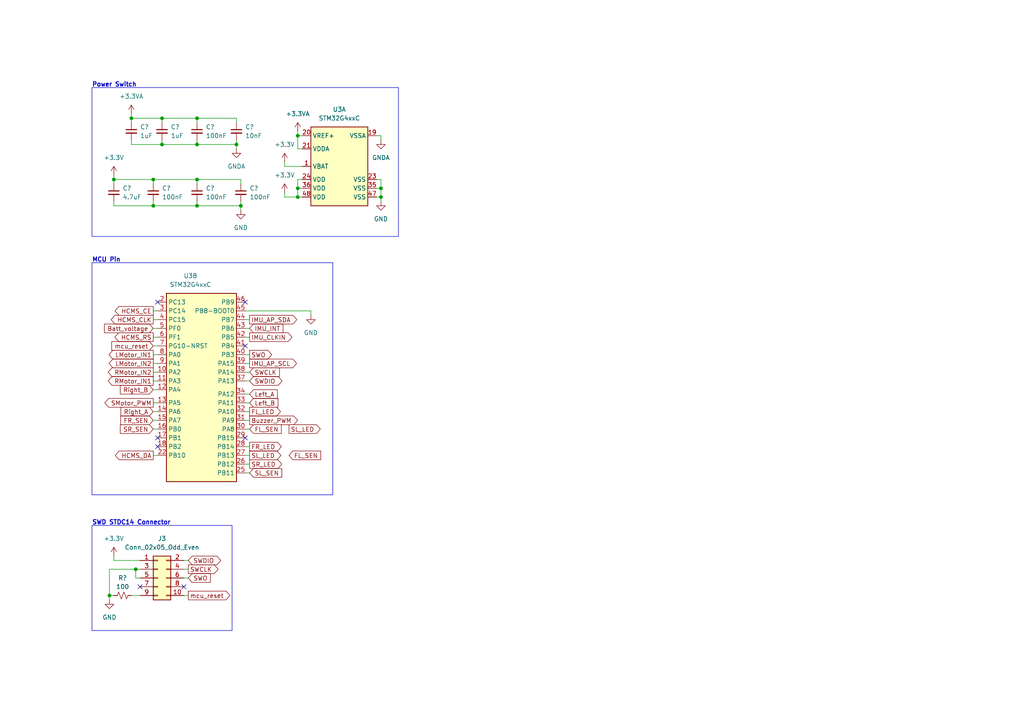
<source format=kicad_sch>
(kicad_sch (version 20230121) (generator eeschema)
  (paper "A4")
  (lib_symbols
    (symbol "Connector_Generic:Conn_02x05_Odd_Even" (pin_names (offset 1.016) hide)
      (property "Reference" "J" (at 1.27 7.62 0))
      (property "Value" "Conn_02x05_Odd_Even" (at 1.27 -7.62 0))
      (symbol "Conn_02x05_Odd_Even_1_1"
        (rectangle (start -1.27 -4.953) (end 0 -5.207) (stroke (width 0.1524)))
        (rectangle (start -1.27 -2.413) (end 0 -2.667) (stroke (width 0.1524)))
        (rectangle (start -1.27 0.127) (end 0 -0.127) (stroke (width 0.1524)))
        (rectangle (start -1.27 2.667) (end 0 2.413) (stroke (width 0.1524)))
        (rectangle (start -1.27 5.207) (end 0 4.953) (stroke (width 0.1524)))
        (rectangle (start -1.27 6.35) (end 3.81 -6.35) (stroke (width 0.254)) (fill (type background)))
        (rectangle (start 3.81 -4.953) (end 2.54 -5.207) (stroke (width 0.1524)))
        (rectangle (start 3.81 -2.413) (end 2.54 -2.667) (stroke (width 0.1524)))
        (rectangle (start 3.81 0.127) (end 2.54 -0.127) (stroke (width 0.1524)))
        (rectangle (start 3.81 2.667) (end 2.54 2.413) (stroke (width 0.1524)))
        (rectangle (start 3.81 5.207) (end 2.54 4.953) (stroke (width 0.1524)))
        (pin passive line (at -5.08 5.08 0) (length 3.81) (name "Pin_1") (number "1"))
        (pin passive line (at 7.62 -5.08 180) (length 3.81) (name "Pin_10") (number "10"))
        (pin passive line (at 7.62 5.08 180) (length 3.81) (name "Pin_2") (number "2"))
        (pin passive line (at -5.08 2.54 0) (length 3.81) (name "Pin_3") (number "3"))
        (pin passive line (at 7.62 2.54 180) (length 3.81) (name "Pin_4") (number "4"))
        (pin passive line (at -5.08 0 0) (length 3.81) (name "Pin_5") (number "5"))
        (pin passive line (at 7.62 0 180) (length 3.81) (name "Pin_6") (number "6"))
        (pin passive line (at -5.08 -2.54 0) (length 3.81) (name "Pin_7") (number "7"))
        (pin passive line (at 7.62 -2.54 180) (length 3.81) (name "Pin_8") (number "8"))
        (pin passive line (at -5.08 -5.08 0) (length 3.81) (name "Pin_9") (number "9"))
      )
    )
    (symbol "Device:C_Small" (pin_numbers hide) (pin_names (offset 0.254) hide)
      (property "Reference" "C" (at 0.254 1.778 0))
      (property "Value" "C_Small" (at 0.254 -2.032 0))
      (symbol "C_Small_0_1"
        (polyline (pts (xy -1.524 -0.508) (xy 1.524 -0.508)) (stroke (width 0.3302)))
        (polyline (pts (xy -1.524 0.508) (xy 1.524 0.508)) (stroke (width 0.3048)))
      )
      (symbol "C_Small_1_1"
        (pin passive line (at 0 2.54 270) (length 2.032) (name "~") (number "1"))
        (pin passive line (at 0 -2.54 90) (length 2.032) (name "~") (number "2"))
      )
    )
    (symbol "Device:R_Small_US" (pin_numbers hide) (pin_names (offset 0.254) hide)
      (property "Reference" "R" (at 0.762 0.508 0))
      (property "Value" "R_Small_US" (at 0.762 -1.016 0))
      (symbol "R_Small_US_1_1"
        (polyline (pts (xy 0 0) (xy 1.016 -0.381) (xy 0 -0.762) (xy -1.016 -1.143) (xy 0 -1.524)))
        (polyline (pts (xy 0 1.524) (xy 1.016 1.143) (xy 0 0.762) (xy -1.016 0.381) (xy 0 0)))
        (pin passive line (at 0 2.54 270) (length 1.016) (name "~") (number "1"))
        (pin passive line (at 0 -2.54 90) (length 1.016) (name "~") (number "2"))
      )
    )
    (symbol "HS_MCU:STM32G4xxC"
      (property "Reference" "U1" (at 0 3.81 0))
      (property "Value" "STM32G4xxC" (at 0 1.27 0))
      (symbol "STM32G4xxC_1_1"
        (rectangle (start 0 0) (end 16.51 -22.86) (stroke (width 0.254)) (fill (type background)))
        (pin power_in line (at -2.54 -11.43 0) (length 2.54) (name "VBAT") (number "1"))
        (pin power_in line (at 19.05 -2.54 180) (length 2.54) (name "VSSA") (number "19"))
        (pin input line (at -2.54 -2.54 0) (length 2.54) (name "VREF+") (number "20"))
        (pin power_in line (at -2.54 -6.35 0) (length 2.54) (name "VDDA") (number "21"))
        (pin power_in line (at 19.05 -15.24 180) (length 2.54) (name "VSS") (number "23"))
        (pin power_in line (at -2.54 -15.24 0) (length 2.54) (name "VDD") (number "24"))
        (pin power_in line (at 19.05 -17.78 180) (length 2.54) (name "VSS") (number "35"))
        (pin power_in line (at -2.54 -17.78 0) (length 2.54) (name "VDD") (number "36"))
        (pin power_in line (at 19.05 -20.32 180) (length 2.54) (name "VSS") (number "47"))
        (pin power_in line (at -2.54 -20.32 0) (length 2.54) (name "VDD") (number "48"))
      )
      (symbol "STM32G4xxC_2_1"
        (rectangle (start 0 0) (end 20.32 -54.61) (stroke (width 0.254)) (fill (type background)))
        (pin bidirectional line (at -2.54 -22.86 0) (length 2.54) (name "PA2") (number "10"))
        (pin bidirectional line (at -2.54 -25.4 0) (length 2.54) (name "PA3") (number "11"))
        (pin bidirectional line (at -2.54 -27.94 0) (length 2.54) (name "PA4") (number "12"))
        (pin bidirectional line (at -2.54 -31.75 0) (length 2.54) (name "PA5") (number "13"))
        (pin bidirectional line (at -2.54 -34.29 0) (length 2.54) (name "PA6") (number "14"))
        (pin bidirectional line (at -2.54 -36.83 0) (length 2.54) (name "PA7") (number "15"))
        (pin bidirectional line (at -2.54 -39.37 0) (length 2.54) (name "PB0") (number "16"))
        (pin bidirectional line (at -2.54 -41.91 0) (length 2.54) (name "PB1") (number "17"))
        (pin bidirectional line (at -2.54 -44.45 0) (length 2.54) (name "PB2") (number "18"))
        (pin bidirectional line (at -2.54 -2.54 0) (length 2.54) (name "PC13") (number "2"))
        (pin bidirectional line (at -2.54 -46.99 0) (length 2.54) (name "PB10") (number "22"))
        (pin bidirectional line (at 22.86 -52.07 180) (length 2.54) (name "PB11") (number "25"))
        (pin bidirectional line (at 22.86 -49.53 180) (length 2.54) (name "PB12") (number "26"))
        (pin bidirectional line (at 22.86 -46.99 180) (length 2.54) (name "PB13") (number "27"))
        (pin bidirectional line (at 22.86 -44.45 180) (length 2.54) (name "PB14") (number "28"))
        (pin bidirectional line (at 22.86 -41.91 180) (length 2.54) (name "PB15") (number "29"))
        (pin bidirectional line (at -2.54 -5.08 0) (length 2.54) (name "PC14") (number "3"))
        (pin bidirectional line (at 22.86 -39.37 180) (length 2.54) (name "PA8") (number "30"))
        (pin bidirectional line (at 22.86 -36.83 180) (length 2.54) (name "PA9") (number "31"))
        (pin bidirectional line (at 22.86 -34.29 180) (length 2.54) (name "PA10") (number "32"))
        (pin bidirectional line (at 22.86 -31.75 180) (length 2.54) (name "PA11") (number "33"))
        (pin bidirectional line (at 22.86 -29.21 180) (length 2.54) (name "PA12") (number "34"))
        (pin passive line (at 8.89 -58.42 90) (length 2.54) hide (name "VSS") (number "35"))
        (pin bidirectional line (at 22.86 -25.4 180) (length 2.54) (name "PA13") (number "37"))
        (pin bidirectional line (at 22.86 -22.86 180) (length 2.54) (name "PA14") (number "38"))
        (pin bidirectional line (at 22.86 -20.32 180) (length 2.54) (name "PA15") (number "39"))
        (pin bidirectional line (at -2.54 -7.62 0) (length 2.54) (name "PC15") (number "4"))
        (pin bidirectional line (at 22.86 -17.78 180) (length 2.54) (name "PB3") (number "40"))
        (pin bidirectional line (at 22.86 -15.24 180) (length 2.54) (name "PB4") (number "41"))
        (pin bidirectional line (at 22.86 -12.7 180) (length 2.54) (name "PB5") (number "42"))
        (pin bidirectional line (at 22.86 -10.16 180) (length 2.54) (name "PB6") (number "43"))
        (pin bidirectional line (at 22.86 -7.62 180) (length 2.54) (name "PB7") (number "44"))
        (pin bidirectional line (at 22.86 -5.08 180) (length 2.54) (name "PB8-BOOT0") (number "45"))
        (pin bidirectional line (at 22.86 -2.54 180) (length 2.54) (name "PB9") (number "46"))
        (pin passive line (at 8.89 -58.42 90) (length 2.54) hide (name "VSS") (number "47"))
        (pin bidirectional line (at -2.54 -10.16 0) (length 2.54) (name "PF0") (number "5"))
        (pin bidirectional line (at -2.54 -12.7 0) (length 2.54) (name "PF1") (number "6"))
        (pin bidirectional line (at -2.54 -15.24 0) (length 2.54) (name "PG10-NRST") (number "7"))
        (pin bidirectional line (at -2.54 -17.78 0) (length 2.54) (name "PA0") (number "8"))
        (pin bidirectional line (at -2.54 -20.32 0) (length 2.54) (name "PA1") (number "9"))
      )
    )
    (symbol "power:+3.3V" (power) (pin_names (offset 0))
      (property "Value" "+3.3V" (at 0 3.556 0))
      (symbol "+3.3V_0_1"
        (polyline (pts (xy -0.762 1.27) (xy 0 2.54)))
        (polyline (pts (xy 0 0) (xy 0 2.54)))
        (polyline (pts (xy 0 2.54) (xy 0.762 1.27)))
      )
      (symbol "+3.3V_1_1"
        (pin power_in line (at 0 0 90) (length 0) hide (name "+3.3V") (number "1"))
      )
    )
    (symbol "power:+3.3VA" (power) (pin_names (offset 0))
      (property "Value" "+3.3VA" (at 0 3.556 0))
      (symbol "+3.3VA_0_1"
        (polyline (pts (xy -0.762 1.27) (xy 0 2.54)))
        (polyline (pts (xy 0 0) (xy 0 2.54)))
        (polyline (pts (xy 0 2.54) (xy 0.762 1.27)))
      )
      (symbol "+3.3VA_1_1"
        (pin power_in line (at 0 0 90) (length 0) hide (name "+3.3VA") (number "1"))
      )
    )
    (symbol "power:GND" (power) (pin_names (offset 0))
      (property "Value" "GND" (at 0 -3.81 0))
      (symbol "GND_0_1"
        (polyline (pts (xy 0 0) (xy 0 -1.27) (xy 1.27 -1.27) (xy 0 -2.54) (xy -1.27 -1.27) (xy 0 -1.27)))
      )
      (symbol "GND_1_1"
        (pin power_in line (at 0 0 270) (length 0) hide (name "GND") (number "1"))
      )
    )
    (symbol "power:GNDA" (power) (pin_names (offset 0))
      (property "Value" "GNDA" (at 0 -3.81 0))
      (symbol "GNDA_0_1"
        (polyline (pts (xy 0 0) (xy 0 -1.27) (xy 1.27 -1.27) (xy 0 -2.54) (xy -1.27 -1.27) (xy 0 -1.27)))
      )
      (symbol "GNDA_1_1"
        (pin power_in line (at 0 0 270) (length 0) hide (name "GNDA") (number "1"))
      )
    )
  )
  (junction (at 39.37 165.1))
  (junction (at 57.15 34.29))
  (junction (at 44.45 59.69))
  (junction (at 68.58 41.91))
  (junction (at 69.85 59.69))
  (junction (at 86.36 54.61))
  (junction (at 44.45 52.07))
  (junction (at 38.1 34.29))
  (junction (at 46.99 34.29))
  (junction (at 57.15 52.07))
  (junction (at 86.36 39.37))
  (junction (at 86.36 57.15))
  (junction (at 33.02 52.07))
  (junction (at 57.15 59.69))
  (junction (at 110.49 57.15))
  (junction (at 46.99 41.91))
  (junction (at 31.75 172.72))
  (junction (at 57.15 41.91))
  (junction (at 110.49 54.61))
  (no_connect (at 45.72 129.54))
  (no_connect (at 45.72 87.63))
  (no_connect (at 53.34 170.18))
  (no_connect (at 71.12 100.33))
  (no_connect (at 45.72 127))
  (no_connect (at 71.12 87.63))
  (no_connect (at 40.64 170.18))
  (no_connect (at 71.12 127))
  (wire (pts (xy 38.1 172.72) (xy 40.64 172.72)))
  (wire (pts (xy 110.49 54.61) (xy 110.49 52.07)))
  (wire (pts (xy 57.15 41.91) (xy 68.58 41.91)))
  (wire (pts (xy 46.99 34.29) (xy 38.1 34.29)))
  (wire (pts (xy 44.45 52.07) (xy 33.02 52.07)))
  (wire (pts (xy 69.85 58.42) (xy 69.85 59.69)))
  (wire (pts (xy 54.61 167.64) (xy 53.34 167.64)))
  (wire (pts (xy 68.58 35.56) (xy 68.58 34.29)))
  (wire (pts (xy 44.45 59.69) (xy 57.15 59.69)))
  (wire (pts (xy 44.45 90.17) (xy 45.72 90.17)))
  (wire (pts (xy 44.45 113.03) (xy 45.72 113.03)))
  (wire (pts (xy 40.64 165.1) (xy 39.37 165.1)))
  (wire (pts (xy 57.15 34.29) (xy 57.15 35.56)))
  (wire (pts (xy 38.1 40.64) (xy 38.1 41.91)))
  (wire (pts (xy 110.49 40.64) (xy 110.49 39.37)))
  (wire (pts (xy 110.49 57.15) (xy 110.49 54.61)))
  (wire (pts (xy 110.49 52.07) (xy 109.22 52.07)))
  (wire (pts (xy 44.45 97.79) (xy 45.72 97.79)))
  (wire (pts (xy 44.45 119.38) (xy 45.72 119.38)))
  (wire (pts (xy 33.02 52.07) (xy 33.02 53.34)))
  (wire (pts (xy 110.49 58.42) (xy 110.49 57.15)))
  (wire (pts (xy 38.1 33.02) (xy 38.1 34.29)))
  (wire (pts (xy 44.45 58.42) (xy 44.45 59.69)))
  (wire (pts (xy 33.02 58.42) (xy 33.02 59.69)))
  (wire (pts (xy 57.15 59.69) (xy 69.85 59.69)))
  (wire (pts (xy 54.61 165.1) (xy 53.34 165.1)))
  (wire (pts (xy 33.02 162.56) (xy 33.02 161.29)))
  (wire (pts (xy 86.36 52.07) (xy 86.36 54.61)))
  (wire (pts (xy 44.45 110.49) (xy 45.72 110.49)))
  (wire (pts (xy 44.45 52.07) (xy 44.45 53.34)))
  (wire (pts (xy 54.61 172.72) (xy 53.34 172.72)))
  (wire (pts (xy 72.39 129.54) (xy 71.12 129.54)))
  (wire (pts (xy 72.39 102.87) (xy 71.12 102.87)))
  (wire (pts (xy 54.61 162.56) (xy 53.34 162.56)))
  (wire (pts (xy 57.15 52.07) (xy 44.45 52.07)))
  (wire (pts (xy 72.39 95.25) (xy 71.12 95.25)))
  (wire (pts (xy 46.99 40.64) (xy 46.99 41.91)))
  (wire (pts (xy 72.39 92.71) (xy 71.12 92.71)))
  (wire (pts (xy 44.45 121.92) (xy 45.72 121.92)))
  (wire (pts (xy 69.85 53.34) (xy 69.85 52.07)))
  (wire (pts (xy 86.36 54.61) (xy 87.63 54.61)))
  (wire (pts (xy 82.55 57.15) (xy 86.36 57.15)))
  (wire (pts (xy 86.36 38.1) (xy 86.36 39.37)))
  (wire (pts (xy 38.1 41.91) (xy 46.99 41.91)))
  (wire (pts (xy 68.58 41.91) (xy 68.58 43.18)))
  (wire (pts (xy 33.02 50.8) (xy 33.02 52.07)))
  (wire (pts (xy 33.02 59.69) (xy 44.45 59.69)))
  (wire (pts (xy 39.37 167.64) (xy 39.37 165.1)))
  (wire (pts (xy 86.36 57.15) (xy 87.63 57.15)))
  (wire (pts (xy 72.39 116.84) (xy 71.12 116.84)))
  (wire (pts (xy 90.17 90.17) (xy 90.17 91.44)))
  (wire (pts (xy 72.39 105.41) (xy 71.12 105.41)))
  (wire (pts (xy 57.15 58.42) (xy 57.15 59.69)))
  (wire (pts (xy 72.39 114.3) (xy 71.12 114.3)))
  (wire (pts (xy 68.58 40.64) (xy 68.58 41.91)))
  (wire (pts (xy 87.63 52.07) (xy 86.36 52.07)))
  (wire (pts (xy 40.64 167.64) (xy 39.37 167.64)))
  (wire (pts (xy 72.39 124.46) (xy 71.12 124.46)))
  (wire (pts (xy 86.36 54.61) (xy 86.36 57.15)))
  (wire (pts (xy 82.55 48.26) (xy 82.55 46.99)))
  (wire (pts (xy 57.15 52.07) (xy 57.15 53.34)))
  (wire (pts (xy 72.39 110.49) (xy 71.12 110.49)))
  (wire (pts (xy 44.45 95.25) (xy 45.72 95.25)))
  (wire (pts (xy 72.39 134.62) (xy 71.12 134.62)))
  (wire (pts (xy 68.58 34.29) (xy 57.15 34.29)))
  (wire (pts (xy 72.39 137.16) (xy 71.12 137.16)))
  (wire (pts (xy 69.85 59.69) (xy 69.85 60.96)))
  (wire (pts (xy 44.45 102.87) (xy 45.72 102.87)))
  (wire (pts (xy 44.45 132.08) (xy 45.72 132.08)))
  (wire (pts (xy 86.36 39.37) (xy 87.63 39.37)))
  (wire (pts (xy 46.99 41.91) (xy 57.15 41.91)))
  (wire (pts (xy 72.39 97.79) (xy 71.12 97.79)))
  (wire (pts (xy 44.45 100.33) (xy 45.72 100.33)))
  (wire (pts (xy 40.64 162.56) (xy 33.02 162.56)))
  (wire (pts (xy 82.55 55.88) (xy 82.55 57.15)))
  (wire (pts (xy 109.22 57.15) (xy 110.49 57.15)))
  (wire (pts (xy 57.15 40.64) (xy 57.15 41.91)))
  (wire (pts (xy 46.99 35.56) (xy 46.99 34.29)))
  (wire (pts (xy 38.1 34.29) (xy 38.1 35.56)))
  (wire (pts (xy 71.12 90.17) (xy 90.17 90.17)))
  (wire (pts (xy 44.45 92.71) (xy 45.72 92.71)))
  (wire (pts (xy 39.37 165.1) (xy 31.75 165.1)))
  (wire (pts (xy 109.22 54.61) (xy 110.49 54.61)))
  (wire (pts (xy 72.39 107.95) (xy 71.12 107.95)))
  (wire (pts (xy 44.45 107.95) (xy 45.72 107.95)))
  (wire (pts (xy 72.39 132.08) (xy 71.12 132.08)))
  (wire (pts (xy 86.36 39.37) (xy 86.36 43.18)))
  (wire (pts (xy 44.45 116.84) (xy 45.72 116.84)))
  (wire (pts (xy 31.75 165.1) (xy 31.75 172.72)))
  (wire (pts (xy 87.63 43.18) (xy 86.36 43.18)))
  (wire (pts (xy 69.85 52.07) (xy 57.15 52.07)))
  (wire (pts (xy 72.39 121.92) (xy 71.12 121.92)))
  (wire (pts (xy 44.45 105.41) (xy 45.72 105.41)))
  (wire (pts (xy 72.39 119.38) (xy 71.12 119.38)))
  (wire (pts (xy 33.02 172.72) (xy 31.75 172.72)))
  (wire (pts (xy 87.63 48.26) (xy 82.55 48.26)))
  (wire (pts (xy 31.75 172.72) (xy 31.75 173.99)))
  (wire (pts (xy 57.15 34.29) (xy 46.99 34.29)))
  (wire (pts (xy 110.49 39.37) (xy 109.22 39.37)))
  (wire (pts (xy 44.45 124.46) (xy 45.72 124.46)))
  (rectangle (start 26.67 25.4) (end 115.57 68.58))
  (rectangle (start 26.67 76.2) (end 96.52 143.51))
  (rectangle (start 26.67 152.4) (end 67.31 182.88))
  (text "MCU Pin" (at 26.67 76.2 0) (effects (font (size 1.27 1.27) (thickness 0.254) bold) (justify left bottom)))
  (text "SWD STDC14 Connector" (at 26.67 152.4 0) (effects (font (size 1.27 1.27) (thickness 0.254) bold) (justify left bottom)))
  (text "Power Switch" (at 26.67 25.4 0) (effects (font (size 1.27 1.27) (thickness 0.254) bold) (justify left bottom)))
  (global_label "SL_LED" (shape output) (at 83.82 124.46 0) (property "Intersheetrefs" "${INTERSHEET_REFS}" (effects hide)))
  (global_label "FL_SEN" (shape input) (at 83.82 132.08 0) (property "Intersheetrefs" "${INTERSHEET_REFS}" (effects hide)))
  (global_label "SWCLK" (shape output) (at 54.61 165.1 0) (property "Intersheetrefs" "${INTERSHEET_REFS}" (effects hide)))
  (global_label "Right_A" (shape input) (at 44.45 119.38 180) (property "Intersheetrefs" "${INTERSHEET_REFS}" (effects hide)))
  (global_label "RMotor_IN2" (shape output) (at 44.45 107.95 180) (property "Intersheetrefs" "${INTERSHEET_REFS}" (effects hide)))
  (global_label "LMotor_IN1" (shape output) (at 44.45 102.87 180) (property "Intersheetrefs" "${INTERSHEET_REFS}" (effects hide)))
  (global_label "mcu_reset" (shape output) (at 54.61 172.72 0) (property "Intersheetrefs" "${INTERSHEET_REFS}" (effects hide)))
  (global_label "SWCLK" (shape input) (at 72.39 107.95 0) (property "Intersheetrefs" "${INTERSHEET_REFS}" (effects hide)))
  (global_label "LMotor_IN2" (shape output) (at 44.45 105.41 180) (property "Intersheetrefs" "${INTERSHEET_REFS}" (effects hide)))
  (global_label "SWDIO" (shape bidirectional) (at 54.61 162.56 0) (property "Intersheetrefs" "${INTERSHEET_REFS}" (effects hide)))
  (global_label "HCMS_RS" (shape output) (at 44.45 97.79 180) (property "Intersheetrefs" "${INTERSHEET_REFS}" (effects hide)))
  (global_label "RMotor_IN1" (shape output) (at 44.45 110.49 180) (property "Intersheetrefs" "${INTERSHEET_REFS}" (effects hide)))
  (global_label "IMU_AP_SCL" (shape output) (at 72.39 105.41 0) (property "Intersheetrefs" "${INTERSHEET_REFS}" (effects hide)))
  (global_label "SL_LED" (shape output) (at 72.39 132.08 0) (property "Intersheetrefs" "${INTERSHEET_REFS}" (effects hide)))
  (global_label "SR_SEN" (shape input) (at 44.45 124.46 180) (property "Intersheetrefs" "${INTERSHEET_REFS}" (effects hide)))
  (global_label "FL_SEN" (shape input) (at 72.39 124.46 0) (property "Intersheetrefs" "${INTERSHEET_REFS}" (effects hide)))
  (global_label "mcu_reset" (shape input) (at 44.45 100.33 180) (property "Intersheetrefs" "${INTERSHEET_REFS}" (effects hide)))
  (global_label "SWDIO" (shape bidirectional) (at 72.39 110.49 0) (property "Intersheetrefs" "${INTERSHEET_REFS}" (effects hide)))
  (global_label "SL_SEN" (shape input) (at 72.39 137.16 0) (property "Intersheetrefs" "${INTERSHEET_REFS}" (effects hide)))
  (global_label "FR_SEN" (shape input) (at 44.45 121.92 180) (property "Intersheetrefs" "${INTERSHEET_REFS}" (effects hide)))
  (global_label "Left_B" (shape input) (at 72.39 116.84 0) (property "Intersheetrefs" "${INTERSHEET_REFS}" (effects hide)))
  (global_label "IMU_AP_SDA" (shape output) (at 72.39 92.71 0) (property "Intersheetrefs" "${INTERSHEET_REFS}" (effects hide)))
  (global_label "Right_B" (shape input) (at 44.45 113.03 180) (property "Intersheetrefs" "${INTERSHEET_REFS}" (effects hide)))
  (global_label "Batt_voltage" (shape input) (at 44.45 95.25 180) (property "Intersheetrefs" "${INTERSHEET_REFS}" (effects hide)))
  (global_label "HCMS_CLK" (shape output) (at 44.45 92.71 180) (property "Intersheetrefs" "${INTERSHEET_REFS}" (effects hide)))
  (global_label "HCMS_DA" (shape output) (at 44.45 132.08 180) (property "Intersheetrefs" "${INTERSHEET_REFS}" (effects hide)))
  (global_label "FR_LED" (shape output) (at 72.39 129.54 0) (property "Intersheetrefs" "${INTERSHEET_REFS}" (effects hide)))
  (global_label "FL_LED" (shape output) (at 72.39 119.38 0) (property "Intersheetrefs" "${INTERSHEET_REFS}" (effects hide)))
  (global_label "Buzzer_PWM" (shape output) (at 72.39 121.92 0) (property "Intersheetrefs" "${INTERSHEET_REFS}" (effects hide)))
  (global_label "IMU_CLKIN" (shape output) (at 72.39 97.79 0) (property "Intersheetrefs" "${INTERSHEET_REFS}" (effects hide)))
  (global_label "HCMS_CE" (shape output) (at 44.45 90.17 180) (property "Intersheetrefs" "${INTERSHEET_REFS}" (effects hide)))
  (global_label "Left_A" (shape input) (at 72.39 114.3 0) (property "Intersheetrefs" "${INTERSHEET_REFS}" (effects hide)))
  (global_label "SWO" (shape input) (at 54.61 167.64 0) (property "Intersheetrefs" "${INTERSHEET_REFS}" (effects hide)))
  (global_label "SMotor_PWM" (shape output) (at 44.45 116.84 180) (property "Intersheetrefs" "${INTERSHEET_REFS}" (effects hide)))
  (global_label "SWO" (shape output) (at 72.39 102.87 0) (property "Intersheetrefs" "${INTERSHEET_REFS}" (effects hide)))
  (global_label "SR_LED" (shape output) (at 72.39 134.62 0) (property "Intersheetrefs" "${INTERSHEET_REFS}" (effects hide)))
  (global_label "IMU_INT" (shape input) (at 72.39 95.25 0) (property "Intersheetrefs" "${INTERSHEET_REFS}" (effects hide)))
  (symbol (lib_id "power:+3.3V") (at 33.02 50.8 0) (unit 1)
    (property "Reference" "#PWR?" (effects hide))
    (property "Value" "+3.3V" (at 33.02 45.72 0))
    (instances (project "uglyBob" (path "" (reference "#PWR?") (unit 1)) (path "" (reference "#PWR020") (unit 1))))
  )
  (symbol (lib_id "Device:C_Small") (at 69.85 55.88 0) (unit 1)
    (property "Reference" "C?" (at 72.39 54.6163 0) (effects (justify left)))
    (property "Value" "100nF" (at 72.39 57.1563 0) (effects (justify left)))
    (property "Footprint" "SMD_HS:0603_1608_C" (effects hide))
    (instances (project "uglyBob" (path "" (reference "C?") (unit 1)) (path "" (reference "C12") (unit 1))))
  )
  (symbol (lib_id "power:+3.3V") (at 82.55 55.88 0) (unit 1)
    (property "Reference" "#PWR?" (effects hide))
    (property "Value" "+3.3V" (at 82.55 50.8 0))
    (instances (project "uglyBob" (path "" (reference "#PWR?") (unit 1)) (path "" (reference "#PWR021") (unit 1))))
  )
  (symbol (lib_id "Connector_Generic:Conn_02x05_Odd_Even") (at 45.72 167.64 0) (unit 1)
    (property "Reference" "J3" (at 46.99 156.21 0))
    (property "Value" "Conn_02x05_Odd_Even" (at 46.99 158.75 0))
    (property "Footprint" "Connector_HS:FTSH-105-01-L-DV-K" (effects hide))
  )
  (symbol (lib_id "power:GND") (at 90.17 91.44 0) (unit 1)
    (property "Reference" "#PWR?" (effects hide))
    (property "Value" "GND" (at 90.17 96.52 0))
    (instances (project "uglyBob" (path "" (reference "#PWR?") (unit 1)) (path "" (reference "#PWR024") (unit 1))))
  )
  (symbol (lib_id "Device:C_Small") (at 33.02 55.88 0) (unit 1)
    (property "Reference" "C?" (at 35.56 54.6163 0) (effects (justify left)))
    (property "Value" "4.7uF" (at 35.56 57.1563 0) (effects (justify left)))
    (property "Footprint" "SMD_HS:1206_3216_C_Polarized_HandSolder" (effects hide))
    (instances (project "uglyBob" (path "" (reference "C?") (unit 1)) (path "" (reference "C9") (unit 1))))
  )
  (symbol (lib_id "Device:C_Small") (at 46.99 38.1 0) (unit 1)
    (property "Reference" "C?" (at 49.53 36.8363 0) (effects (justify left)))
    (property "Value" "1uF" (at 49.53 39.3763 0) (effects (justify left)))
    (property "Footprint" "SMD_HS:0603_1608_C" (effects hide))
    (instances (project "uglyBob" (path "" (reference "C?") (unit 1)) (path "" (reference "C6") (unit 1))))
  )
  (symbol (lib_id "HS_MCU:STM32G4xxC") (at 48.26 85.09 0) (unit 2)
    (property "Reference" "U3" (at 55.245 80.01 0))
    (property "Value" "STM32G4xxC" (at 55.245 82.55 0))
    (property "Footprint" "Package_QFP_HS:LQFP-48_7x7mm_P0.5mm" (effects hide))
    (property "Datasheet" "https://www.st.com/resource/en/datasheet/stm32g474ce.pdf" (effects hide))
  )
  (symbol (lib_id "Device:C_Small") (at 68.58 38.1 0) (unit 1)
    (property "Reference" "C?" (at 71.12 36.8363 0) (effects (justify left)))
    (property "Value" "10nF" (at 71.12 39.3763 0) (effects (justify left)))
    (property "Footprint" "SMD_HS:0603_1608_C" (effects hide))
    (instances (project "uglyBob" (path "" (reference "C?") (unit 1)) (path "" (reference "C8") (unit 1))))
  )
  (symbol (lib_id "Device:C_Small") (at 44.45 55.88 0) (unit 1)
    (property "Reference" "C?" (at 46.99 54.6163 0) (effects (justify left)))
    (property "Value" "100nF" (at 46.99 57.1563 0) (effects (justify left)))
    (property "Footprint" "SMD_HS:0603_1608_C" (effects hide))
    (instances (project "uglyBob" (path "" (reference "C?") (unit 1)) (path "" (reference "C10") (unit 1))))
  )
  (symbol (lib_id "power:GND") (at 69.85 60.96 0) (unit 1)
    (property "Reference" "#PWR?" (effects hide))
    (property "Value" "GND" (at 69.85 66.04 0))
    (instances (project "uglyBob" (path "" (reference "#PWR?") (unit 1)) (path "" (reference "#PWR023") (unit 1))))
  )
  (symbol (lib_id "power:GNDA") (at 68.58 43.18 0) (unit 1)
    (property "Reference" "#PWR?" (effects hide))
    (property "Value" "GNDA" (at 68.58 48.26 0))
    (instances (project "uglyBob" (path "" (reference "#PWR?") (unit 1)) (path "" (reference "#PWR018") (unit 1))))
  )
  (symbol (lib_id "power:+3.3VA") (at 38.1 33.02 0) (unit 1)
    (property "Reference" "#PWR06" (effects hide))
    (property "Value" "+3.3VA" (at 38.1 27.94 0))
    (instances (project "uglyBob" (path "" (reference "#PWR06") (unit 1)) (path "" (reference "#PWR015") (unit 1))))
  )
  (symbol (lib_id "Device:C_Small") (at 57.15 38.1 0) (unit 1)
    (property "Reference" "C?" (at 59.69 36.8363 0) (effects (justify left)))
    (property "Value" "100nF" (at 59.69 39.3763 0) (effects (justify left)))
    (property "Footprint" "SMD_HS:0603_1608_C" (effects hide))
    (instances (project "uglyBob" (path "" (reference "C?") (unit 1)) (path "" (reference "C7") (unit 1))))
  )
  (symbol (lib_id "Device:C_Small") (at 38.1 38.1 0) (unit 1)
    (property "Reference" "C?" (at 40.64 36.8363 0) (effects (justify left)))
    (property "Value" "1uF" (at 40.64 39.3763 0) (effects (justify left)))
    (property "Footprint" "SMD_HS:0603_1608_C" (effects hide))
    (instances (project "uglyBob" (path "" (reference "C?") (unit 1)) (path "" (reference "C5") (unit 1))))
  )
  (symbol (lib_id "HS_MCU:STM32G4xxC") (at 90.17 36.83 0) (unit 1)
    (property "Reference" "U3" (at 98.425 31.75 0))
    (property "Value" "STM32G4xxC" (at 98.425 34.29 0))
    (property "Footprint" "Package_QFP_HS:LQFP-48_7x7mm_P0.5mm" (effects hide))
    (property "Datasheet" "https://www.st.com/resource/en/datasheet/stm32g474ce.pdf" (effects hide))
  )
  (symbol (lib_id "power:+3.3V") (at 82.55 46.99 0) (unit 1)
    (property "Reference" "#PWR?" (effects hide))
    (property "Value" "+3.3V" (at 82.55 41.91 0))
    (instances (project "uglyBob" (path "" (reference "#PWR?") (unit 1)) (path "" (reference "#PWR019") (unit 1))))
  )
  (symbol (lib_id "power:GNDA") (at 110.49 40.64 0) (unit 1)
    (property "Reference" "#PWR?" (effects hide))
    (property "Value" "GNDA" (at 110.49 45.72 0))
    (instances (project "uglyBob" (path "" (reference "#PWR?") (unit 1)) (path "" (reference "#PWR017") (unit 1))))
  )
  (symbol (lib_id "power:+3.3V") (at 33.02 161.29 0) (unit 1)
    (property "Reference" "#PWR?" (effects hide))
    (property "Value" "+3.3V" (at 33.02 156.21 0))
    (instances (project "uglyBob" (path "" (reference "#PWR?") (unit 1)) (path "" (reference "#PWR025") (unit 1))))
  )
  (symbol (lib_id "power:GND") (at 110.49 58.42 0) (unit 1)
    (property "Reference" "#PWR?" (effects hide))
    (property "Value" "GND" (at 110.49 63.5 0))
    (instances (project "uglyBob" (path "" (reference "#PWR?") (unit 1)) (path "" (reference "#PWR022") (unit 1))))
  )
  (symbol (lib_id "Device:R_Small_US") (at 35.56 172.72 90) (unit 1)
    (property "Reference" "R?" (at 35.56 167.64 90))
    (property "Value" "100" (at 35.56 170.18 90))
    (property "Footprint" "SMD_HS:0603_1608_R" (effects hide))
    (instances (project "uglyBob" (path "" (reference "R?") (unit 1)) (path "" (reference "R1") (unit 1))))
  )
  (symbol (lib_id "Device:C_Small") (at 57.15 55.88 0) (unit 1)
    (property "Reference" "C?" (at 59.69 54.6163 0) (effects (justify left)))
    (property "Value" "100nF" (at 59.69 57.1563 0) (effects (justify left)))
    (property "Footprint" "SMD_HS:0603_1608_C" (effects hide))
    (instances (project "uglyBob" (path "" (reference "C?") (unit 1)) (path "" (reference "C11") (unit 1))))
  )
  (symbol (lib_id "power:GND") (at 31.75 173.99 0) (unit 1)
    (property "Reference" "#PWR?" (effects hide))
    (property "Value" "GND" (at 31.75 179.07 0))
    (instances (project "uglyBob" (path "" (reference "#PWR?") (unit 1)) (path "" (reference "#PWR026") (unit 1))))
  )
  (symbol (lib_id "power:+3.3VA") (at 86.36 38.1 0) (unit 1)
    (property "Reference" "#PWR06" (effects hide))
    (property "Value" "+3.3VA" (at 86.36 33.02 0))
    (instances (project "uglyBob" (path "" (reference "#PWR06") (unit 1)) (path "" (reference "#PWR016") (unit 1))))
  )
)
</source>
